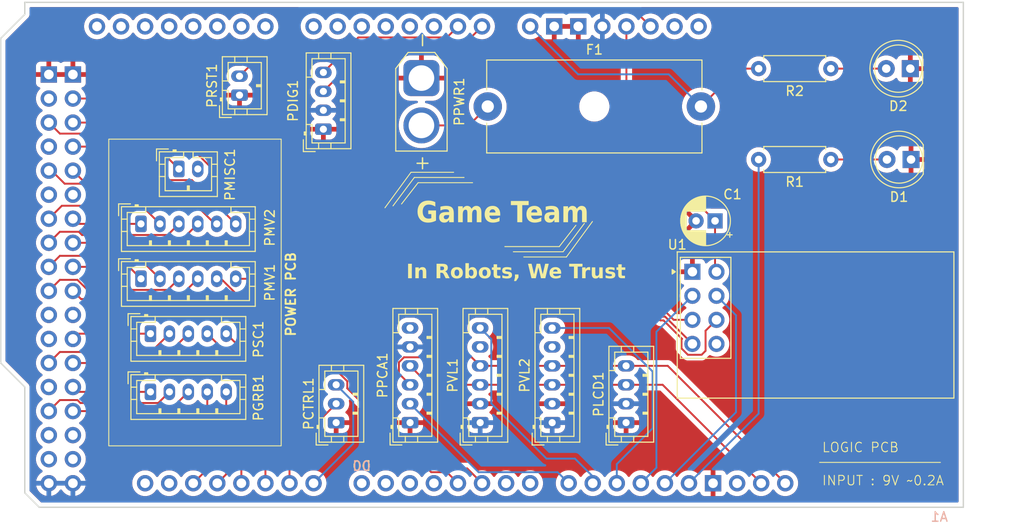
<source format=kicad_pcb>
(kicad_pcb (version 20241229) (generator "pcbnew") (generator_version "9.0")
  (layers (0 "F.Cu" signal) (2 "B.Cu" signal) (13 "F.Paste" user) (15 "B.Paste" user) (5 "F.SilkS" user "F.Silkscreen") (7 "B.SilkS" user "B.Silkscreen") (1 "F.Mask" user) (3 "B.Mask" user) (25 "Edge.Cuts" user))
  (net 0 "")
  (net 1 "GND")
  (net 2 "+5V")
  (net 4 "/SDA")
  (net 5 "STATUS_LED")
  (net 8 "/RF_CE")
  (net 11 "L298N_L_IN4")
  (net 13 "CTRL_RX")
  (net 14 "L298N_L_IN1")
  (net 15 "L298N_R_ENB")
  (net 17 "GRB_STEP")
  (net 18 "RST")
  (net 20 "/MISO")
  (net 21 "DIGIT_DIO")
  (net 23 "/RF_CSN")
  (net 24 "PUMP_RLY")
  (net 25 "VL_1_SHUT")
  (net 26 "SC_STEP")
  (net 27 "L298N_L_IN2")
  (net 28 "L298N_R_IN3")
  (net 29 "L298N_R_ENA")
  (net 31 "CTRL_TX")
  (net 32 "L298N_R_IN1")
  (net 34 "/SCK")
  (net 38 "L298N_L_ENA")
  (net 40 "VL_2_SHUT")
  (net 41 "PCA9685_EN")
  (net 42 "SC_EN")
  (net 43 "GRB_DIR")
  (net 44 "+3.3V")
  (net 45 "L298N_L_ENB")
  (net 46 "SC_TX")
  (net 47 "/SCL")
  (net 48 "DIGIT_CLK")
  (net 49 "SC_RX")
  (net 50 "/MOSI")
  (net 52 "+9V")
  (net 53 "L298N_R_IN4")
  (net 55 "GRB_RX")
  (net 58 "L298N_R_IN2")
  (net 59 "GRB_EN")
  (net 60 "GRB_TX")
  (net 66 "SC_DIR")
  (net 67 "L298N_L_IN3")
  (net 69 "Net-(D1-A)")
  (net 70 "Net-(D2-A)")
  (net 87 "Net-(PPWR1-Pin_2)")
  (footprint "Connector_JST:JST_PH_B5B-PH-K_1x05_P2.00mm_Vertical" (layer "F.Cu") (at 82.8 16.35)
    (property "Reference" "PGRB1" (at 11.4 0.6 90) (layer "F.SilkS"))
    (property "Value" "PH5A")
    (pad "1" thru_hole roundrect (at 0 0) (size 1.2 1.75) (drill 0.75) (layers "*.Cu" "*.Mask") (roundrect_rratio 0.208333) (net 59 "GRB_EN"))
    (pad "2" thru_hole oval (at 2 0) (size 1.2 1.75) (drill 0.75) (layers "*.Cu" "*.Mask") (net 17 "GRB_STEP"))
    (pad "3" thru_hole oval (at 4 0) (size 1.2 1.75) (drill 0.75) (layers "*.Cu" "*.Mask") (net 43 "GRB_DIR"))
    (pad "4" thru_hole oval (at 6 0) (size 1.2 1.75) (drill 0.75) (layers "*.Cu" "*.Mask") (net 60 "GRB_TX"))
    (pad "5" thru_hole oval (at 8 0) (size 1.2 1.75) (drill 0.75) (layers "*.Cu" "*.Mask") (net 55 "GRB_RX"))
  )
  (footprint "Connector_JST:JST_PH_B6B-PH-K_1x06_P2.00mm_Vertical" (layer "F.Cu") (at 81.8 -1.4)
    (property "Reference" "PMV2" (at 13.6 0.4 90) (layer "F.SilkS"))
    (property "Value" "PH6A")
    (pad "1" thru_hole roundrect (at 0 0) (size 1.2 1.75) (drill 0.75) (layers "*.Cu" "*.Mask") (roundrect_rratio 0.208333) (net 53 "L298N_R_IN4"))
    (pad "2" thru_hole oval (at 2 0) (size 1.2 1.75) (drill 0.75) (layers "*.Cu" "*.Mask") (net 28 "L298N_R_IN3"))
    (pad "3" thru_hole oval (at 4 0) (size 1.2 1.75) (drill 0.75) (layers "*.Cu" "*.Mask") (net 58 "L298N_R_IN2"))
    (pad "4" thru_hole oval (at 6 0) (size 1.2 1.75) (drill 0.75) (layers "*.Cu" "*.Mask") (net 32 "L298N_R_IN1"))
    (pad "5" thru_hole oval (at 8 0) (size 1.2 1.75) (drill 0.75) (layers "*.Cu" "*.Mask") (net 15 "L298N_R_ENB"))
    (pad "6" thru_hole oval (at 10 0) (size 1.2 1.75) (drill 0.75) (layers "*.Cu" "*.Mask") (net 29 "L298N_R_ENA"))
  )
  (footprint "Connector_JST:JST_PH_B5B-PH-K_1x05_P2.00mm_Vertical" (layer "F.Cu") (at 82.8 10.2)
    (property "Reference" "PSC1" (at 11.4 0.6 90) (layer "F.SilkS"))
    (property "Value" "PH5A")
    (pad "1" thru_hole roundrect (at 0 0) (size 1.2 1.75) (drill 0.75) (layers "*.Cu" "*.Mask") (roundrect_rratio 0.208333) (net 42 "SC_EN"))
    (pad "2" thru_hole oval (at 2 0) (size 1.2 1.75) (drill 0.75) (layers "*.Cu" "*.Mask") (net 26 "SC_STEP"))
    (pad "3" thru_hole oval (at 4 0) (size 1.2 1.75) (drill 0.75) (layers "*.Cu" "*.Mask") (net 66 "SC_DIR"))
    (pad "4" thru_hole oval (at 6 0) (size 1.2 1.75) (drill 0.75) (layers "*.Cu" "*.Mask") (net 46 "SC_TX"))
    (pad "5" thru_hole oval (at 8 0) (size 1.2 1.75) (drill 0.75) (layers "*.Cu" "*.Mask") (net 49 "SC_RX"))
  )
  (footprint "RF_Module:nRF24L01_Breakout" (layer "F.Cu") (at 140 3.66)
    (property "Reference" "U1" (at -1.6 -2.86 0) (layer "F.SilkS"))
    (property "Value" "NRF24L01_Breakout")
    (pad "1" thru_hole rect (at 0 0) (size 1.7 1.7) (drill 1) (layers "*.Cu" "*.Mask") (net 1 "GND"))
    (pad "2" thru_hole circle (at 2.54 0) (size 1.7 1.7) (drill 1) (layers "*.Cu" "*.Mask") (net 44 "+3.3V"))
    (pad "3" thru_hole circle (at 0 2.54) (size 1.7 1.7) (drill 1) (layers "*.Cu" "*.Mask") (net 8 "/RF_CE"))
    (pad "4" thru_hole circle (at 2.54 2.54) (size 1.7 1.7) (drill 1) (layers "*.Cu" "*.Mask") (net 23 "/RF_CSN"))
    (pad "5" thru_hole circle (at 0 5.08) (size 1.7 1.7) (drill 1) (layers "*.Cu" "*.Mask") (net 34 "/SCK"))
    (pad "6" thru_hole circle (at 2.54 5.08) (size 1.7 1.7) (drill 1) (layers "*.Cu" "*.Mask") (net 50 "/MOSI"))
    (pad "7" thru_hole circle (at 0 7.62) (size 1.7 1.7) (drill 1) (layers "*.Cu" "*.Mask") (net 20 "/MISO"))
    (pad "8" thru_hole circle (at 2.54 7.62) (size 1.7 1.7) (drill 1) (layers "*.Cu" "*.Mask"))
  )
  (footprint "Connector_JST:JST_PH_B4B-PH-K_1x04_P2.00mm_Vertical" (layer "F.Cu") (at 133 19.6 90)
    (property "Reference" "PLCD1" (at 3 -2.9 90) (layer "F.SilkS"))
    (property "Value" "PH4A")
    (pad "1" thru_hole roundrect (at 0 0 90) (size 1.2 1.75) (drill 0.75) (layers "*.Cu" "*.Mask") (roundrect_rratio 0.208333) (net 1 "GND"))
    (pad "2" thru_hole oval (at 2 0 90) (size 1.2 1.75) (drill 0.75) (layers "*.Cu" "*.Mask") (net 2 "+5V"))
    (pad "3" thru_hole oval (at 4 0 90) (size 1.2 1.75) (drill 0.75) (layers "*.Cu" "*.Mask") (net 4 "/SDA"))
    (pad "4" thru_hole oval (at 6 0 90) (size 1.2 1.75) (drill 0.75) (layers "*.Cu" "*.Mask") (net 47 "/SCL"))
  )
  (footprint "Fuse:Fuseholder_Cylinder-5x20mm_Schurter_0031_8201_Horizontal_Open" (layer "F.Cu") (at 118.4 -13.8)
    (property "Reference" "F1" (at 11.25 -6 0) (layer "F.SilkS"))
    (property "Value" "Fuse")
    (pad "" np_thru_hole circle (at 11.25 0) (size 2.7 2.7) (drill 2.7) (layers "*.Cu" "*.Mask"))
    (pad "1" thru_hole circle (at 0 0) (size 3 3) (drill 1.3) (layers "*.Cu" "*.Mask") (net 87 "Net-(PPWR1-Pin_2)"))
    (pad "2" thru_hole circle (at 22.5 0) (size 3 3) (drill 1.3) (layers "*.Cu" "*.Mask") (net 52 "+9V"))
  )
  (footprint "Connector_JST:JST_PH_B6B-PH-K_1x06_P2.00mm_Vertical" (layer "F.Cu") (at 117.6 19.6 90)
    (property "Reference" "PVL1" (at 5 -2.9 90) (layer "F.SilkS"))
    (property "Value" "PH6A")
    (pad "1" thru_hole roundrect (at 0 0 90) (size 1.2 1.75) (drill 0.75) (layers "*.Cu" "*.Mask") (roundrect_rratio 0.208333) (net 2 "+5V"))
    (pad "2" thru_hole oval (at 2 0 90) (size 1.2 1.75) (drill 0.75) (layers "*.Cu" "*.Mask") (net 1 "GND"))
    (pad "3" thru_hole oval (at 4 0 90) (size 1.2 1.75) (drill 0.75) (layers "*.Cu" "*.Mask") (net 4 "/SDA"))
    (pad "4" thru_hole oval (at 6 0 90) (size 1.2 1.75) (drill 0.75) (layers "*.Cu" "*.Mask") (net 47 "/SCL"))
    (pad "5" thru_hole oval (at 8 0 90) (size 1.2 1.75) (drill 0.75) (layers "*.Cu" "*.Mask"))
    (pad "6" thru_hole oval (at 10 0 90) (size 1.2 1.75) (drill 0.75) (layers "*.Cu" "*.Mask") (net 25 "VL_1_SHUT"))
  )
  (footprint "Connector_JST:JST_PH_B2B-PH-K_1x02_P2.00mm_Vertical" (layer "F.Cu") (at 92.2 -15 90)
    (property "Reference" "PRST1" (at 1 -2.9 90) (layer "F.SilkS"))
    (property "Value" "PH2A")
    (pad "1" thru_hole roundrect (at 0 0 90) (size 1.2 1.75) (drill 0.75) (layers "*.Cu" "*.Mask") (roundrect_rratio 0.208333) (net 1 "GND"))
    (pad "2" thru_hole oval (at 2 0 90) (size 1.2 1.75) (drill 0.75) (layers "*.Cu" "*.Mask") (net 18 "RST"))
  )
  (footprint "Connector_JST:JST_PH_B6B-PH-K_1x06_P2.00mm_Vertical" (layer "F.Cu") (at 81.8 4.4)
    (property "Reference" "PMV1" (at 13.6 0.4 90) (layer "F.SilkS"))
    (property "Value" "PH6A")
    (pad "1" thru_hole roundrect (at 0 0) (size 1.2 1.75) (drill 0.75) (layers "*.Cu" "*.Mask") (roundrect_rratio 0.208333) (net 11 "L298N_L_IN4"))
    (pad "2" thru_hole oval (at 2 0) (size 1.2 1.75) (drill 0.75) (layers "*.Cu" "*.Mask") (net 67 "L298N_L_IN3"))
    (pad "3" thru_hole oval (at 4 0) (size 1.2 1.75) (drill 0.75) (layers "*.Cu" "*.Mask") (net 27 "L298N_L_IN2"))
    (pad "4" thru_hole oval (at 6 0) (size 1.2 1.75) (drill 0.75) (layers "*.Cu" "*.Mask") (net 14 "L298N_L_IN1"))
    (pad "5" thru_hole oval (at 8 0) (size 1.2 1.75) (drill 0.75) (layers "*.Cu" "*.Mask") (net 45 "L298N_L_ENB"))
    (pad "6" thru_hole oval (at 10 0) (size 1.2 1.75) (drill 0.75) (layers "*.Cu" "*.Mask") (net 38 "L298N_L_ENA"))
  )
  (footprint "Connector_AMASS:AMASS_XT30U-M_1x02_P5.0mm_Vertical" (layer "F.Cu") (at 111.4 -16.8 -90)
    (property "Reference" "PPWR1" (at 2.5 -4 90) (layer "F.SilkS"))
    (property "Value" "XT30U-M")
    (fp_text user "-" (at -4 0 90) (layer "F.SilkS") (effects (font (size 1.5 1.5))))
    (fp_text user "+" (at 9 0 90) (layer "F.SilkS") (effects (font (size 1.5 1.5))))
    (pad "1" thru_hole roundrect (at 0 0 270) (size 3.8 3.8) (drill 2.7) (layers "*.Cu" "*.Mask") (roundrect_rratio 0.2) (net 1 "GND"))
    (pad "2" thru_hole circle (at 5 0 270) (size 3.8 3.8) (drill 2.7) (layers "*.Cu" "*.Mask") (net 87 "Net-(PPWR1-Pin_2)"))
  )
  (footprint "Connector_JST:JST_PH_B2B-PH-K_1x02_P2.00mm_Vertical" (layer "F.Cu") (at 85.8 -7.2)
    (property "Reference" "PMISC1" (at 5.4 0.6 90) (layer "F.SilkS"))
    (property "Value" "PH2A")
    (pad "1" thru_hole roundrect (at 0 0) (size 1.2 1.75) (drill 0.75) (layers "*.Cu" "*.Mask") (roundrect_rratio 0.208333) (net 24 "PUMP_RLY"))
    (pad "2" thru_hole oval (at 2 0) (size 1.2 1.75) (drill 0.75) (layers "*.Cu" "*.Mask"))
  )
  (footprint "Resistor_THT:R_Axial_DIN0207_L6.3mm_D2.5mm_P7.62mm_Horizontal" (layer "F.Cu") (at 154.61 -8.2 180)
    (property "Reference" "R1" (at 3.81 -2.37 0) (layer "F.SilkS"))
    (property "Value" "100")
    (pad "1" thru_hole circle (at 0 0 180) (size 1.6 1.6) (drill 0.8) (layers "*.Cu" "*.Mask") (net 69 "Net-(D1-A)"))
    (pad "2" thru_hole oval (at 7.62 0 180) (size 1.6 1.6) (drill 0.8) (layers "*.Cu" "*.Mask") (net 5 "STATUS_LED"))
  )
  (footprint "PCM_arduino-library:Arduino_Mega2560_R3_Shield" (layer "F.Cu") (at 168.596 -24.8 180)
    (property "Reference" "A1" (at 2.54 -54.356 0) (layer "B.SilkS") (effects (justify mirror)))
    (property "Value" "Arduino_Mega2560_R3_Shield")
    (fp_line (start 101.6 -3.81) (end 101.6 -38.1) (stroke (width 0.15)) (layer "Edge.Cuts"))
    (fp_line (start 101.6 -38.1) (end 99.06 -40.64) (stroke (width 0.15)) (layer "Edge.Cuts"))
    (fp_line (start 99.06 0) (end 99.06 -1.27) (stroke (width 0.15)) (layer "Edge.Cuts"))
    (fp_line (start 99.06 -1.27) (end 101.6 -3.81) (stroke (width 0.15)) (layer "Edge.Cuts"))
    (fp_line (start 99.06 -40.64) (end 99.06 -51.816) (stroke (width 0.15)) (layer "Edge.Cuts"))
    (fp_line (start 97.536 -53.34) (end 99.06 -51.816) (stroke (width 0.15)) (layer "Edge.Cuts"))
    (fp_line (start 0 0) (end 99.06 0) (stroke (width 0.15)) (layer "Edge.Cuts"))
    (fp_line (start 0 -53.34) (end 97.536 -53.34) (stroke (width 0.15)) (layer "Edge.Cuts"))
    (fp_line (start 0 -53.34) (end 0 0) (stroke (width 0.15)) (layer "Edge.Cuts"))
    (fp_text user "D0" (at 63.5 -48.895 180) (layer "F.SilkS"))
    (fp_text user "D0" (at 63.5 -48.895 180) (layer "B.SilkS") (effects (justify mirror)))
    (pad "" thru_hole oval (at 27.94 -2.54 180) (size 1.7272 1.7272) (drill 1.016) (layers "*.Cu" "*.Mask"))
    (pad "3V3" thru_hole oval (at 35.56 -2.54 180) (size 1.7272 1.7272) (drill 1.016) (layers "*.Cu" "*.Mask") (net 44 "+3.3V"))
    (pad "5V1" thru_hole oval (at 38.1 -2.54 180) (size 1.7272 1.7272) (drill 1.016) (layers "*.Cu" "*.Mask") (net 2 "+5V"))
    (pad "5V3" thru_hole oval (at 93.98 -50.8 180) (size 1.7272 1.7272) (drill 1.016) (layers "*.Cu" "*.Mask") (net 2 "+5V"))
    (pad "5V4" thru_hole oval (at 96.52 -50.8 180) (size 1.7272 1.7272) (drill 1.016) (layers "*.Cu" "*.Mask") (net 2 "+5V"))
    (pad "A0" thru_hole oval (at 50.8 -2.54 180) (size 1.7272 1.7272) (drill 1.016) (layers "*.Cu" "*.Mask") (net 21 "DIGIT_DIO"))
    (pad "A1" thru_hole oval (at 53.34 -2.54 180) (size 1.7272 1.7272) (drill 1.016) (layers "*.Cu" "*.Mask") (net 48 "DIGIT_CLK"))
    (pad "A2" thru_hole oval (at 55.88 -2.54 180) (size 1.7272 1.7272) (drill 1.016) (layers "*.Cu" "*.Mask"))
    (pad "A3" thru_hole oval (at 58.42 -2.54 180) (size 1.7272 1.7272) (drill 1.016) (layers "*.Cu" "*.Mask"))
    (pad "A4" thru_hole oval (at 60.96 -2.54 180) (size 1.7272 1.7272) (drill 1.016) (layers "*.Cu" "*.Mask"))
    (pad "A5" thru_hole oval (at 63.5 -2.54 180) (size 1.7272 1.7272) (drill 1.016) (layers "*.Cu" "*.Mask"))
    (pad "A6" thru_hole oval (at 66.04 -2.54 180) (size 1.7272 1.7272) (drill 1.016) (layers "*.Cu" "*.Mask"))
    (pad "A7" thru_hole oval (at 68.58 -2.54 180) (size 1.7272 1.7272) (drill 1.016) (layers "*.Cu" "*.Mask"))
    (pad "A8" thru_hole oval (at 73.66 -2.54 180) (size 1.7272 1.7272) (drill 1.016) (layers "*.Cu" "*.Mask"))
    (pad "A9" thru_hole oval (at 76.2 -2.54 180) (size 1.7272 1.7272) (drill 1.016) (layers "*.Cu" "*.Mask"))
    (pad "A10" thru_hole oval (at 78.74 -2.54 180) (size 1.7272 1.7272) (drill 1.016) (layers "*.Cu" "*.Mask"))
    (pad "A11" thru_hole oval (at 81.28 -2.54 180) (size 1.7272 1.7272) (drill 1.016) (layers "*.Cu" "*.Mask"))
    (pad "A12" thru_hole oval (at 83.82 -2.54 180) (size 1.7272 1.7272) (drill 1.016) (layers "*.Cu" "*.Mask"))
    (pad "A13" thru_hole oval (at 86.36 -2.54 180) (size 1.7272 1.7272) (drill 1.016) (layers "*.Cu" "*.Mask"))
    (pad "A14" thru_hole oval (at 88.9 -2.54 180) (size 1.7272 1.7272) (drill 1.016) (layers "*.Cu" "*.Mask"))
    (pad "A15" thru_hole oval (at 91.44 -2.54 180) (size 1.7272 1.7272) (drill 1.016) (layers "*.Cu" "*.Mask"))
    (pad "AREF" thru_hole oval (at 23.876 -50.8 180) (size 1.7272 1.7272) (drill 1.016) (layers "*.Cu" "*.Mask"))
    (pad "D0" thru_hole oval (at 63.5 -50.8 180) (size 1.7272 1.7272) (drill 1.016) (layers "*.Cu" "*.Mask"))
    (pad "D1" thru_hole oval (at 60.96 -50.8 180) (size 1.7272 1.7272) (drill 1.016) (layers "*.Cu" "*.Mask"))
    (pad "D2" thru_hole oval (at 58.42 -50.8 180) (size 1.7272 1.7272) (drill 1.016) (layers "*.Cu" "*.Mask"))
    (pad "D3" thru_hole oval (at 55.88 -50.8 180) (size 1.7272 1.7272) (drill 1.016) (layers "*.Cu" "*.Mask"))
    (pad "D4" thru_hole oval (at 53.34 -50.8 180) (size 1.7272 1.7272) (drill 1.016) (layers "*.Cu" "*.Mask") (net 45 "L298N_L_ENB"))
    (pad "D5" thru_hole oval (at 50.8 -50.8 180) (size 1.7272 1.7272) (drill 1.016) (layers "*.Cu" "*.Mask") (net 38 "L298N_L_ENA"))
    (pad "D6" thru_hole oval (at 48.26 -50.8 180) (size 1.7272 1.7272) (drill 1.016) (layers "*.Cu" "*.Mask"))
    (pad "D7" thru_hole oval (at 45.72 -50.8 180) (size 1.7272 1.7272) (drill 1.016) (layers "*.Cu" "*.Mask"))
    (pad "D8" thru_hole oval (at 41.656 -50.8 180) (size 1.7272 1.7272) (drill 1.016) (layers "*.Cu" "*.Mask") (net 41 "PCA9685_EN"))
    (pad "D9" thru_hole oval (at 39.116 -50.8 180) (size 1.7272 1.7272) (drill 1.016) (layers "*.Cu" "*.Mask") (net 25 "VL_1_SHUT"))
    (pad "D10" thru_hole oval (at 36.576 -50.8 180) (size 1.7272 1.7272) (drill 1.016) (layers "*.Cu" "*.Mask") (net 40 "VL_2_SHUT"))
    (pad "D11" thru_hole oval (at 34.036 -50.8 180) (size 1.7272 1.7272) (drill 1.016) (layers "*.Cu" "*.Mask") (net 8 "/RF_CE"))
    (pad "D12" thru_hole oval (at 31.496 -50.8 180) (size 1.7272 1.7272) (drill 1.016) (layers "*.Cu" "*.Mask") (net 23 "/RF_CSN"))
    (pad "D13" thru_hole oval (at 28.956 -50.8 180) (size 1.7272 1.7272) (drill 1.016) (layers "*.Cu" "*.Mask") (net 5 "STATUS_LED"))
    (pad "D14" thru_hole oval (at 68.58 -50.8 180) (size 1.7272 1.7272) (drill 1.016) (layers "*.Cu" "*.Mask") (net 13 "CTRL_RX"))
    (pad "D15" thru_hole oval (at 71.12 -50.8 180) (size 1.7272 1.7272) (drill 1.016) (layers "*.Cu" "*.Mask") (net 31 "CTRL_TX"))
    (pad "D16" thru_hole oval (at 73.66 -50.8 180) (size 1.7272 1.7272) (drill 1.016) (layers "*.Cu" "*.Mask") (net 49 "SC_RX"))
    (pad "D17" thru_hole oval (at 76.2 -50.8 180) (size 1.7272 1.7272) (drill 1.016) (layers "*.Cu" "*.Mask") (net 46 "SC_TX"))
    (pad "D18" thru_hole oval (at 78.74 -50.8 180) (size 1.7272 1.7272) (drill 1.016) (layers "*.Cu" "*.Mask") (net 55 "GRB_RX"))
    (pad "D19" thru_hole oval (at 81.28 -50.8 180) (size 1.7272 1.7272) (drill 1.016) (layers "*.Cu" "*.Mask") (net 60 "GRB_TX"))
    (pad "D20" thru_hole oval (at 83.82 -50.8 180) (size 1.7272 1.7272) (drill 1.016) (layers "*.Cu" "*.Mask"))
    (pad "D21" thru_hole oval (at 86.36 -50.8 180) (size 1.7272 1.7272) (drill 1.016) (layers "*.Cu" "*.Mask"))
    (pad "D22" thru_hole oval (at 93.98 -48.26 180) (size 1.7272 1.7272) (drill 1.016) (layers "*.Cu" "*.Mask"))
    (pad "D23" thru_hole oval (at 96.52 -48.26 180) (size 1.7272 1.7272) (drill 1.016) (layers "*.Cu" "*.Mask"))
    (pad "D24" thru_hole oval (at 93.98 -45.72 180) (size 1.7272 1.7272) (drill 1.016) (layers "*.Cu" "*.Mask"))
    (pad "D25" thru_hole oval (at 96.52 -45.72 180) (size 1.7272 1.7272) (drill 1.016) (layers "*.Cu" "*.Mask"))
    (pad "D26" thru_hole oval (at 93.98 -43.18 180) (size 1.7272 1.7272) (drill 1.016) (layers "*.Cu" "*.Mask") (net 43 "GRB_DIR"))
    (pad "D27" thru_hole oval (at 96.52 -43.18 180) (size 1.7272 1.7272) (drill 1.016) (layers "*.Cu" "*.Mask") (net 17 "GRB_STEP"))
    (pad "D28" thru_hole oval (at 93.98 -40.64 180) (size 1.7272 1.7272) (drill 1.016) (layers "*.Cu" "*.Mask") (net 59 "GRB_EN"))
    (pad "D29" thru_hole oval (at 96.52 -40.64 180) (size 1.7272 1.7272) (drill 1.016) (layers "*.Cu" "*.Mask"))
    (pad "D30" thru_hole oval (at 93.98 -38.1 180) (size 1.7272 1.7272) (drill 1.016) (layers "*.Cu" "*.Mask") (net 66 "SC_DIR"))
    (pad "D31" thru_hole oval (at 96.52 -38.1 180) (size 1.7272 1.7272) (drill 1.016) (layers "*.Cu" "*.Mask") (net 26 "SC_STEP"))
    (pad "D32" thru_hole oval (at 93.98 -35.56 180) (size 1.7272 1.7272) (drill 1.016) (layers "*.Cu" "*.Mask") (net 42 "SC_EN"))
    (pad "D33" thru_hole oval (at 96.52 -35.56 180) (size 1.7272 1.7272) (drill 1.016) (layers "*.Cu" "*.Mask"))
    (pad "D34" thru_hole oval (at 93.98 -33.02 180) (size 1.7272 1.7272) (drill 1.016) (layers "*.Cu" "*.Mask"))
    (pad "D35" thru_hole oval (at 96.52 -33.02 180) (size 1.7272 1.7272) (drill 1.016) (layers "*.Cu" "*.Mask"))
    (pad "D36" thru_hole oval (at 93.98 -30.48 180) (size 1.7272 1.7272) (drill 1.016) (layers "*.Cu" "*.Mask") (net 14 "L298N_L_IN1"))
    (pad "D37" thru_hole oval (at 96.52 -30.48 180) (size 1.7272 1.7272) (drill 1.016) (layers "*.Cu" "*.Mask") (net 27 "L298N_L_IN2"))
    (pad "D38" thru_hole oval (at 93.98 -27.94 180) (size 1.7272 1.7272) (drill 1.016) (layers "*.Cu" "*.Mask") (net 11 "L298N_L_IN4"))
    (pad "D39" thru_hole oval (at 96.52 -27.94 180) (size 1.7272 1.7272) (drill 1.016) (layers "*.Cu" "*.Mask") (net 67 "L298N_L_IN3"))
    (pad "D40" thru_hole oval (at 93.98 -25.4 180) (size 1.7272 1.7272) (drill 1.016) (layers "*.Cu" "*.Mask") (net 32 "L298N_R_IN1"))
    (pad "D41" thru_hole oval (at 96.52 -25.4 180) (size 1.7272 1.7272) (drill 1.016) (layers "*.Cu" "*.Mask") (net 58 "L298N_R_IN2"))
    (pad "D42" thru_hole oval (at 93.98 -22.86 180) (size 1.7272 1.7272) (drill 1.016) (layers "*.Cu" "*.Mask") (net 53 "L298N_R_IN4"))
    (pad "D43" thru_hole oval (at 96.52 -22.86 180) (size 1.7272 1.7272) (drill 1.016) (layers "*.Cu" "*.Mask") (net 28 "L298N_R_IN3"))
    (pad "D44" thru_hole oval (at 93.98 -20.32 180) (size 1.7272 1.7272) (drill 1.016) (layers "*.Cu" "*.Mask"))
    (pad "D45" thru_hole oval (at 96.52 -20.32 180) (size 1.7272 1.7272) (drill 1.016) (layers "*.Cu" "*.Mask"))
    (pad "D46" thru_hole oval (at 93.98 -17.78 180) (size 1.7272 1.7272) (drill 1.016) (layers "*.Cu" "*.Mask") (net 29 "L298N_R_ENA"))
    (pad "D47" thru_hole oval (at 96.52 -17.78 180) (size 1.7272 1.7272) (drill 1.016) (layers "*.Cu" "*.Mask") (net 15 "L298N_R_ENB"))
    (pad "D48" thru_hole oval (at 93.98 -15.24 180) (size 1.7272 1.7272) (drill 1.016) (layers "*.Cu" "*.Mask") (net 24 "PUMP_RLY"))
    (pad "D49" thru_hole oval (at 96.52 -15.24 180) (size 1.7272 1.7272) (drill 1.016) (layers "*.Cu" "*.Mask"))
    (pad "D50" thru_hole oval (at 93.98 -12.7 180) (size 1.7272 1.7272) (drill 1.016) (layers "*.Cu" "*.Mask") (net 20 "/MISO"))
    (pad "D51" thru_hole oval (at 96.52 -12.7 180) (size 1.7272 1.7272) (drill 1.016) (layers "*.Cu" "*.Mask") (net 50 "/MOSI"))
    (pad "D52" thru_hole oval (at 93.98 -10.16 180) (size 1.7272 1.7272) (drill 1.016) (layers "*.Cu" "*.Mask") (net 34 "/SCK"))
    (pad "D53" thru_hole oval (at 96.52 -10.16 180) (size 1.7272 1.7272) (drill 1.016) (layers "*.Cu" "*.Mask"))
    (pad "GND1" thru_hole rect (at 26.416 -50.8 180) (size 1.7272 1.7272) (drill 1.016) (layers "*.Cu" "*.Mask") (net 1 "GND"))
    (pad "GND2" thru_hole rect (at 40.64 -2.54 180) (size 1.7272 1.7272) (drill 1.016) (layers "*.Cu" "*.Mask") (net 1 "GND"))
    (pad "GND3" thru_hole rect (at 43.18 -2.54 180) (size 1.7272 1.7272) (drill 1.016) (layers "*.Cu" "*.Mask") (net 1 "GND"))
    (pad "GND5" thru_hole rect (at 93.98 -7.62 180) (size 1.7272 1.7272) (drill 1.016) (layers "*.Cu" "*.Mask") (net 1 "GND"))
    (pad "GND6" thru_hole rect (at 96.52 -7.62 180) (size 1.7272 1.7272) (drill 1.016) (layers "*.Cu" "*.Mask") (net 1 "GND"))
    (pad "IORF" thru_hole oval (at 30.48 -2.54 180) (size 1.7272 1.7272) (drill 1.016) (layers "*.Cu" "*.Mask"))
    (pad "RST1" thru_hole oval (at 33.02 -2.54 180) (size 1.7272 1.7272) (drill 1.016) (layers "*.Cu" "*.Mask") (net 18 "RST"))
    (pad "SCL" thru_hole oval (at 18.796 -50.8 180) (size 1.7272 1.7272) (drill 1.016) (layers "*.Cu" "*.Mask") (net 47 "/SCL"))
    (pad "SDA" thru_hole oval (at 21.336 -50.8 180) (size 1.7272 1.7272) (drill 1.016) (layers "*.Cu" "*.Mask") (net 4 "/SDA"))
    (pad "VIN" thru_hole oval (at 45.72 -2.54 180) (size 1.7272 1.7272) (drill 1.016) (layers "*.Cu" "*.Mask") (net 52 "+9V"))
  )
  (footprint "Connector_JST:JST_PH_B4B-PH-K_1x04_P2.00mm_Vertical" (layer "F.Cu") (at 101.05 -11.4 90)
    (property "Reference" "PDIG1" (at 3 -3.2 90) (layer "F.SilkS"))
    (property "Value" "PH4A")
    (pad "1" thru_hole roundrect (at 0 0 90) (size 1.2 1.75) (drill 0.75) (layers "*.Cu" "*.Mask") (roundrect_rratio 0.208333) (net 1 "GND"))
    (pad "2" thru_hole oval (at 2 0 90) (size 1.2 1.75) (drill 0.75) (layers "*.Cu" "*.Mask") (net 2 "+5V"))
    (pad "3" thru_hole oval (at 4 0 90) (size 1.2 1.75) (drill 0.75) (layers "*.Cu" "*.Mask") (net 21 "DIGIT_DIO"))
    (pad "4" thru_hole oval (at 6 0 90) (size 1.2 1.75) (drill 0.75) (layers "*.Cu" "*.Mask") (net 48 "DIGIT_CLK"))
  )
  (footprint "Resistor_THT:R_Axial_DIN0207_L6.3mm_D2.5mm_P7.62mm_Horizontal" (layer "F.Cu") (at 154.61 -17.8 180)
    (property "Reference" "R2" (at 3.81 -2.37 0) (layer "F.SilkS"))
    (property "Value" "220")
    (pad "1" thru_hole circle (at 0 0 180) (size 1.6 1.6) (drill 0.8) (layers "*.Cu" "*.Mask") (net 70 "Net-(D2-A)"))
    (pad "2" thru_hole oval (at 7.62 0 180) (size 1.6 1.6) (drill 0.8) (layers "*.Cu" "*.Mask") (net 52 "+9V"))
  )
  (footprint "Connector_JST:JST_PH_B6B-PH-K_1x06_P2.00mm_Vertical" (layer "F.Cu") (at 110.2 19.6 90)
    (property "Reference" "PPCA1" (at 5 -2.9 90) (layer "F.SilkS"))
    (property "Value" "PH6A")
    (pad "1" thru_hole roundrect (at 0 0 90) (size 1.2 1.75) (drill 0.75) (layers "*.Cu" "*.Mask") (roundrect_rratio 0.208333) (net 1 "GND"))
    (pad "2" thru_hole oval (at 2 0 90) (size 1.2 1.75) (drill 0.75) (layers "*.Cu" "*.Mask") (net 41 "PCA9685_EN"))
    (pad "3" thru_hole oval (at 4 0 90) (size 1.2 1.75) (drill 0.75) (layers "*.Cu" "*.Mask") (net 47 "/SCL"))
    (pad "4" thru_hole oval (at 6 0 90) (size 1.2 1.75) (drill 0.75) (layers "*.Cu" "*.Mask") (net 4 "/SDA"))
    (pad "5" thru_hole oval (at 8 0 90) (size 1.2 1.75) (drill 0.75) (layers "*.Cu" "*.Mask") (net 2 "+5V"))
    (pad "6" thru_hole oval (at 10 0 90) (size 1.2 1.75) (drill 0.75) (layers "*.Cu" "*.Mask"))
  )
  (footprint "Connector_JST:JST_PH_B6B-PH-K_1x06_P2.00mm_Vertical" (layer "F.Cu") (at 125.2 19.6 90)
    (property "Reference" "PVL2" (at 5 -2.9 90) (layer "F.SilkS"))
    (property "Value" "PH6A")
    (pad "1" thru_hole roundrect (at 0 0 90) (size 1.2 1.75) (drill 0.75) (layers "*.Cu" "*.Mask") (roundrect_rratio 0.208333) (net 2 "+5V"))
    (pad "2" thru_hole oval (at 2 0 90) (size 1.2 1.75) (drill 0.75) (layers "*.Cu" "*.Mask") (net 1 "GND"))
    (pad "3" thru_hole oval (at 4 0 90) (size 1.2 1.75) (drill 0.75) (layers "*.Cu" "*.Mask") (net 4 "/SDA"))
    (pad "4" thru_hole oval (at 6 0 90) (size 1.2 1.75) (drill 0.75) (layers "*.Cu" "*.Mask") (net 47 "/SCL"))
    (pad "5" thru_hole oval (at 8 0 90) (size 1.2 1.75) (drill 0.75) (layers "*.Cu" "*.Mask"))
    (pad "6" thru_hole oval (at 10 0 90) (size 1.2 1.75) (drill 0.75) (layers "*.Cu" "*.Mask") (net 40 "VL_2_SHUT"))
  )
  (footprint "Capacitor_THT:CP_Radial_D5.0mm_P2.00mm" (layer "F.Cu") (at 142.3895 -1.715 180)
    (property "Reference" "C1" (at -1.844887 2.8 0) (layer "F.SilkS"))
    (property "Value" "10uF")
    (pad "1" thru_hole rect (at 0 0 180) (size 1.6 1.6) (drill 0.8) (layers "*.Cu" "*.Mask") (net 44 "+3.3V"))
    (pad "2" thru_hole circle (at 2 0 180) (size 1.6 1.6) (drill 0.8) (layers "*.Cu" "*.Mask") (net 1 "GND"))
  )
  (footprint "Connector_JST:JST_PH_B3B-PH-K_1x03_P2.00mm_Vertical" (layer "F.Cu") (at 102.4 19.6 90)
    (property "Reference" "PCTRL1" (at 2 -2.9 90) (layer "F.SilkS"))
    (property "Value" "PH3A")
    (pad "1" thru_hole roundrect (at 0 0 90) (size 1.2 1.75) (drill 0.75) (layers "*.Cu" "*.Mask") (roundrect_rratio 0.208333) (net 1 "GND"))
    (pad "2" thru_hole oval (at 2 0 90) (size 1.2 1.75) (drill 0.75) (layers "*.Cu" "*.Mask") (net 31 "CTRL_TX"))
    (pad "3" thru_hole oval (at 4 0 90) (size 1.2 1.75) (drill 0.75) (layers "*.Cu" "*.Mask") (net 13 "CTRL_RX"))
  )
  (footprint "LED_THT:LED_D5.0mm" (layer "F.Cu") (at 163 -17.8 180)
    (property "Reference" "D2" (at 1.27 -3.96 0) (layer "F.SilkS"))
    (property "Value" "Led_Green")
    (pad "1" thru_hole rect (at 0 0 180) (size 1.8 1.8) (drill 0.9) (layers "*.Cu" "*.Mask") (net 1 "GND"))
    (pad "2" thru_hole circle (at 2.54 0 180) (size 1.8 1.8) (drill 0.9) (layers "*.Cu" "*.Mask") (net 70 "Net-(D2-A)"))
  )
  (footprint "LED_THT:LED_D5.0mm" (layer "F.Cu") (at 163.075 -8.2 180)
    (property "Reference" "D1" (at 1.27 -3.96 0) (layer "F.SilkS"))
    (property "Value" "Led_Yellow")
    (pad "1" thru_hole rect (at 0 0 180) (size 1.8 1.8) (drill 0.9) (layers "*.Cu" "*.Mask") (net 1 "GND"))
    (pad "2" thru_hole circle (at 2.54 0 180) (size 1.8 1.8) (drill 0.9) (layers "*.Cu" "*.Mask") (net 69 "Net-(D1-A)"))
  )
  (gr_line (start 166.175 23.8) (end 153.425 23.8) (stroke (width 0.1)) (layer "F.SilkS"))
  (gr_line (start 128.6 -1.45) (end 126.35 1.55) (stroke (width 0.1)) (layer "F.SilkS"))
  (gr_line (start 110.65 -6.3) (end 115.9 -6.3) (stroke (width 0.1)) (layer "F.SilkS"))
  (gr_line (start 122.2 2.1) (end 126.7 2.1) (stroke (width 0.1)) (layer "F.SilkS"))
  (gr_line (start 125.95 1) (end 120.2 1) (stroke (width 0.1)) (layer "F.SilkS"))
  (gr_line (start 111.05 -5.75) (end 116.8 -5.75) (stroke (width 0.1)) (layer "F.SilkS"))
  (gr_line (start 108.4 -3.3) (end 110.65 -6.3) (stroke (width 0.1)) (layer "F.SilkS"))
  (gr_line (start 126.7 2.1) (end 129.45 -1.65) (stroke (width 0.1)) (layer "F.SilkS"))
  (gr_line (start 127.7 -1.25) (end 125.95 1) (stroke (width 0.1)) (layer "F.SilkS"))
  (gr_rect (start 78.4 -10.35) (end 96.6 22.05) (stroke (width 0.1)) (fill no) (layer "F.SilkS"))
  (gr_line (start 114.8 -6.85) (end 110.3 -6.85) (stroke (width 0.1)) (layer "F.SilkS"))
  (gr_line (start 110.3 -6.85) (end 107.55 -3.1) (stroke (width 0.1)) (layer "F.SilkS"))
  (gr_line (start 126.35 1.55) (end 121.1 1.55) (stroke (width 0.1)) (layer "F.SilkS"))
  (gr_line (start 109.3 -3.5) (end 111.05 -5.75) (stroke (width 0.1)) (layer "F.SilkS"))
  (gr_text "Game Team" (at 110.85 -1.2 0) (layer "F.SilkS") (effects (font (size 2.2 2) (thickness 0.4) (bold yes)) (justify left bottom)))
  (gr_text "In Robots, We Trust" (at 109.8 4.6 0) (layer "F.SilkS") (effects (font (size 1.5 1.5) (thickness 0.3) (bold yes)) (justify left bottom)))
  (gr_text "INPUT : 9V ~0.2A" (at 153.625 26.3 -0) (layer "F.SilkS") (effects (font (size 1 1) (thickness 0.1)) (justify left bottom)))
  (gr_text "LOGIC PCB" (at 153.625 22.8 -0) (layer "F.SilkS") (effects (font (size 1 1) (thickness 0.1)) (justify left bottom)))
  (gr_text "POWER PCB" (at 98.2 10.6 90) (layer "F.SilkS") (effects (font (size 1 1) (thickness 0.2) (bold yes)) (justify left bottom)))
  (segment (start 136.86 15.6) (end 147.26 26) (width 0.2) (layer "F.Cu") (net 4))
  (segment (start 112.2 15.6) (end 110.2 13.6) (width 0.2) (layer "F.Cu") (net 4))
  (segment (start 133 15.6) (end 136.86 15.6) (width 0.2) (layer "F.Cu") (net 4))
  (segment (start 125.2 15.6) (end 133 15.6) (width 0.2) (layer "F.Cu") (net 4))
  (segment (start 117.6 15.6) (end 112.2 15.6) (width 0.2) (layer "F.Cu") (net 4))
  (segment (start 117.6 15.6) (end 125.2 15.6) (width 0.2) (layer "F.Cu") (net 4))
  (segment (start 146.99 18.65) (end 139.64 26) (width 0.2) (layer "B.Cu") (net 5))
  (segment (start 146.99 -8.2) (end 146.99 18.65) (width 0.2) (layer "B.Cu") (net 5))
  (segment (start 140 6.2) (end 136.2 10) (width 0.2) (layer "B.Cu") (net 8))
  (segment (start 136.2 10) (end 136.2 24.36) (width 0.2) (layer "B.Cu") (net 8))
  (segment (start 136.2 24.36) (end 134.56 26) (width 0.2) (layer "B.Cu") (net 8))
  (segment (start 81.8 4.4) (end 80.54 3.14) (width 0.2) (layer "F.Cu") (net 11))
  (segment (start 80.54 3.14) (end 74.616 3.14) (width 0.2) (layer "F.Cu") (net 11))
  (segment (start 104.2 21.816) (end 100.016 26) (width 0.2) (layer "B.Cu") (net 13))
  (segment (start 102.4 15.6) (end 104.2 17.4) (width 0.2) (layer "B.Cu") (net 13))
  (segment (start 104.2 17.4) (end 104.2 21.816) (width 0.2) (layer "B.Cu") (net 13))
  (segment (start 87.8 4.4) (end 85.656401 6.543599) (width 0.2) (layer "F.Cu") (net 14))
  (segment (start 75.479599 6.543599) (end 74.616 5.68) (width 0.2) (layer "F.Cu") (net 14))
  (segment (start 85.656401 6.543599) (end 75.479599 6.543599) (width 0.2) (layer "F.Cu") (net 14))
  (segment (start 89.6 -1.4) (end 85.377 -5.623) (width 0.2) (layer "F.Cu") (net 15))
  (segment (start 75.4243 -5.6446) (end 73.744503 -5.6446) (width 0.2) (layer "F.Cu") (net 15))
  (segment (start 72.369103 -7.02) (end 72.076 -7.02) (width 0.2) (layer "F.Cu") (net 15))
  (segment (start 85.377 -5.623) (end 75.4459 -5.623) (width 0.2) (layer "F.Cu") (net 15))
  (segment (start 73.744503 -5.6446) (end 72.369103 -7.02) (width 0.2) (layer "F.Cu") (net 15))
  (segment (start 75.4459 -5.623) (end 75.4243 -5.6446) (width 0.2) (layer "F.Cu") (net 15))
  (segment (start 89.8 -1.4) (end 89.6 -1.4) (width 0.2) (layer "F.Cu") (net 15))
  (segment (start 84.8 16.35) (end 83.624 17.526) (width 0.2) (layer "F.Cu") (net 17))
  (segment (start 75.408994 17.526) (end 75.098394 17.2154) (width 0.2) (layer "F.Cu") (net 17))
  (segment (start 83.624 17.526) (end 75.408994 17.526) (width 0.2) (layer "F.Cu") (net 17))
  (segment (start 73.2406 17.2154) (end 72.076 18.38) (width 0.2) (layer "F.Cu") (net 17))
  (segment (start 75.098394 17.2154) (end 73.2406 17.2154) (width 0.2) (layer "F.Cu") (net 17))
  (segment (start 99 -23.8) (end 134.036 -23.8) (width 0.2) (layer "F.Cu") (net 18))
  (segment (start 134.036 -23.8) (end 135.576 -22.26) (width 0.2) (layer "F.Cu") (net 18))
  (segment (start 92.2 -17) (end 99 -23.8) (width 0.2) (layer "F.Cu") (net 18))
  (segment (start 134.7888 6.401) (end 103.849506 6.401) (width 0.2) (layer "F.Cu") (net 20))
  (segment (start 137.6261 8.9061) (end 137.119 8.399) (width 0.2) (layer "F.Cu") (net 20))
  (segment (start 140 11.28) (end 137.861 9.141) (width 0.2) (layer "F.Cu") (net 20))
  (segment (start 137.861 9.141) (end 137.6261 8.9061) (width 0.2) (layer "F.Cu") (net 20))
  (segment (start 103.516306 6.4) (end 103.282406 6.1661) (width 0.2) (layer "F.Cu") (net 20))
  (segment (start 103.282406 6.1661) (end 85.016306 -12.1) (width 0.2) (layer "F.Cu") (net 20))
  (segment (start 103.849506 6.401) (end 103.517306 6.401) (width 0.2) (layer "F.Cu") (net 20))
  (segment (start 85.016306 -12.1) (end 74.616 -12.1) (width 0.2) (layer "F.Cu") (net 20))
  (segment (start 136.7868 8.399) (end 136.5519 8.1641) (width 0.2) (layer "F.Cu") (net 20))
  (segment (start 137.119 8.399) (end 136.7868 8.399) (width 0.2) (layer "F.Cu") (net 20))
  (segment (start 103.517306 6.401) (end 103.516306 6.4) (width 0.2) (layer "F.Cu") (net 20))
  (segment (start 136.5519 8.1641) (end 134.7888 6.401) (width 0.2) (layer "F.Cu") (net 20))
  (segment (start 106.3444 -20.6944) (end 116.2304 -20.6944) (width 0.2) (layer "F.Cu") (net 21))
  (segment (start 101.05 -15.4) (end 106.3444 -20.6944) (width 0.2) (layer "F.Cu") (net 21))
  (segment (start 116.2304 -20.6944) (end 117.796 -22.26) (width 0.2) (layer "F.Cu") (net 21))
  (segment (start 142.54 6.2) (end 144.6 8.26) (width 0.2) (layer "B.Cu") (net 23))
  (segment (start 144.6 18.5) (end 137.1 26) (width 0.2) (layer "B.Cu") (net 23))
  (segment (start 144.6 8.26) (end 144.6 18.5) (width 0.2) (layer "B.Cu") (net 23))
  (segment (start 83.44 -9.56) (end 74.616 -9.56) (width 0.2) (layer "F.Cu") (net 24))
  (segment (start 85.8 -7.2) (end 83.44 -9.56) (width 0.2) (layer "F.Cu") (net 24))
  (segment (start 118.776 17.576) (end 118.776 10.776) (width 0.2) (layer "B.Cu") (net 25))
  (segment (start 124.6 23.4) (end 118.776 17.576) (width 0.2) (layer "B.Cu") (net 25))
  (segment (start 129.48 26) (end 129.48 25.28) (width 0.2) (layer "B.Cu") (net 25))
  (segment (start 129.48 25.28) (end 127.6 23.4) (width 0.2) (layer "B.Cu") (net 25))
  (segment (start 127.6 23.4) (end 124.6 23.4) (width 0.2) (layer "B.Cu") (net 25))
  (segment (start 118.776 10.776) (end 117.6 9.6) (width 0.2) (layer "B.Cu") (net 25))
  (segment (start 82.8646 12.1354) (end 73.2406 12.1354) (width 0.2) (layer "F.Cu") (net 26))
  (segment (start 73.2406 12.1354) (end 72.076 13.3) (width 0.2) (layer "F.Cu") (net 26))
  (segment (start 84.8 10.2) (end 82.8646 12.1354) (width 0.2) (layer "F.Cu") (net 26))
  (segment (start 76.158994 5.576) (end 75.098394 4.5154) (width 0.2) (layer "F.Cu") (net 27))
  (segment (start 85.8 4.4) (end 84.624 5.576) (width 0.2) (layer "F.Cu") (net 27))
  (segment (start 73.2406 4.5154) (end 72.076 5.68) (width 0.2) (layer "F.Cu") (net 27))
  (segment (start 84.624 5.576) (end 76.158994 5.576) (width 0.2) (layer "F.Cu") (net 27))
  (segment (start 75.098394 4.5154) (end 73.2406 4.5154) (width 0.2) (layer "F.Cu") (net 27))
  (segment (start 81.8846 -3.3154) (end 73.4514 -3.3154) (width 0.2) (layer "F.Cu") (net 28))
  (segment (start 73.4514 -3.3154) (end 72.076 -1.94) (width 0.2) (layer "F.Cu") (net 28))
  (segment (start 83.8 -1.4) (end 81.8846 -3.3154) (width 0.2) (layer "F.Cu") (net 28))
  (segment (start 91.8 -1.4) (end 87.176 -6.024) (width 0.2) (layer "F.Cu") (net 29))
  (segment (start 75.612 -6.024) (end 74.616 -7.02) (width 0.2) (layer "F.Cu") (net 29))
  (segment (start 87.176 -6.024) (end 75.612 -6.024) (width 0.2) (layer "F.Cu") (net 29))
  (segment (start 97.476 22.524) (end 97.476 26) (width 0.2) (layer "F.Cu") (net 31))
  (segment (start 102.4 17.6) (end 97.476 22.524) (width 0.2) (layer "F.Cu") (net 31))
  (segment (start 85.8 0.6) (end 74.616 0.6) (width 0.2) (layer "F.Cu") (net 32))
  (segment (start 87.8 -1.4) (end 85.8 0.6) (width 0.2) (layer "F.Cu") (net 32))
  (segment (start 138.0271 8.74) (end 137.2851 7.998) (width 0.2) (layer "F.Cu") (net 34))
  (segment (start 103.683406 6) (end 83.043406 -14.64) (width 0.2) (layer "F.Cu") (net 34))
  (segment (start 83.043406 -14.64) (end 74.616 -14.64) (width 0.2) (layer "F.Cu") (net 34))
  (segment (start 140 8.74) (end 138.0271 8.74) (width 0.2) (layer "F.Cu") (net 34))
  (segment (start 134.9549 6) (end 103.683406 6) (width 0.2) (layer "F.Cu") (net 34))
  (segment (start 136.9529 7.998) (end 134.9549 6) (width 0.2) (layer "F.Cu") (net 34))
  (segment (start 137.2851 7.998) (end 136.9529 7.998) (width 0.2) (layer "F.Cu") (net 34))
  (segment (start 116.2304 24.4344) (end 112.6015 24.4344) (width 0.2) (layer "F.Cu") (net 38))
  (segment (start 93.316306 4.4) (end 91.8 4.4) (width 0.2) (layer "F.Cu") (net 38))
  (segment (start 103.977 15.8099) (end 103.977 15.060694) (width 0.2) (layer "F.Cu") (net 38))
  (segment (start 117.796 26) (end 116.2304 24.4344) (width 0.2) (layer "F.Cu") (net 38))
  (segment (start 103.977 15.060694) (end 93.316306 4.4) (width 0.2) (layer "F.Cu") (net 38))
  (segment (start 112.6015 24.4344) (end 103.977 15.8099) (width 0.2) (layer "F.Cu") (net 38))
  (segment (start 132.02 23.98) (end 132.02 26) (width 0.2) (layer "B.Cu") (net 40))
  (segment (start 135.8 14.2) (end 135.8 20.2) (width 0.2) (layer "B.Cu") (net 40))
  (segment (start 125.2 9.6) (end 131.2 9.6) (width 0.2) (layer "B.Cu") (net 40))
  (segment (start 135.8 20.2) (end 132.02 23.98) (width 0.2) (layer "B.Cu") (net 40))
  (segment (start 131.2 9.6) (end 135.8 14.2) (width 0.2) (layer "B.Cu") (net 40))
  (segment (start 110.2 17.6) (end 117.4354 24.8354) (width 0.2) (layer "B.Cu") (net 41))
  (segment (start 117.4354 24.8354) (end 125.7754 24.8354) (width 0.2) (layer "B.Cu") (net 41))
  (segment (start 125.7754 24.8354) (end 126.94 26) (width 0.2) (layer "B.Cu") (net 41))
  (segment (start 75.176 10.2) (end 74.616 10.76) (width 0.2) (layer "F.Cu") (net 42))
  (segment (start 82.8 10.2) (end 75.176 10.2) (width 0.2) (layer "F.Cu") (net 42))
  (segment (start 84.77 18.38) (end 74.616 18.38) (width 0.2) (layer "F.Cu") (net 43))
  (segment (start 86.8 16.35) (end 84.77 18.38) (width 0.2) (layer "F.Cu") (net 43))
  (segment (start 133.036 -22.26) (end 133.036 -11.0685) (width 0.2) (layer "F.Cu") (net 44))
  (segment (start 133.036 -11.0685) (end 142.3895 -1.715) (width 0.2) (layer "F.Cu") (net 44))
  (segment (start 142.3895 -1.715) (end 142.3895 3.5095) (width 0.2) (layer "F.Cu") (net 44))
  (segment (start 142.3895 3.5095) (end 142.54 3.66) (width 0.2) (layer "F.Cu") (net 44))
  (segment (start 103.574603 15.974603) (end 103.576 15.973206) (width 0.2) (layer "F.Cu") (net 45))
  (segment (start 92.050794 6.2) (end 90.250794 4.4) (width 0.2) (layer "F.Cu") (net 45))
  (segment (start 103.576 15.226794) (end 94.549206 6.2) (width 0.2) (layer "F.Cu") (net 45))
  (segment (start 103.576 15.973206) (end 103.576 15.226794) (width 0.2) (layer "F.Cu") (net 45))
  (segment (start 94.549206 6.2) (end 92.050794 6.2) (width 0.2) (layer "F.Cu") (net 45))
  (segment (start 114.0914 24.8354) (end 112.4354 24.8354) (width 0.2) (layer "F.Cu") (net 45))
  (segment (start 90.250794 4.4) (end 89.8 4.4) (width 0.2) (layer "F.Cu") (net 45))
  (segment (start 115.256 26) (end 114.0914 24.8354) (width 0.2) (layer "F.Cu") (net 45))
  (segment (start 112.4354 24.8354) (end 103.574603 15.974603) (width 0.2) (layer "F.Cu") (net 45))
  (segment (start 92.396 13.796) (end 92.396 26) (width 0.2) (layer "F.Cu") (net 46))
  (segment (start 88.8 10.2) (end 92.396 13.796) (width 0.2) (layer "F.Cu") (net 46))
  (segment (start 137.4 13.6) (end 149.8 26) (width 0.2) (layer "F.Cu") (net 47))
  (segment (start 133 13.6) (end 137.4 13.6) (width 0.2) (layer "F.Cu") (net 47))
  (segment (start 109.551794 12.699) (end 109.024 13.226794) (width 0.2) (layer "F.Cu") (net 47))
  (segment (start 109.024 13.226794) (end 109.024 14.424) (width 0.2) (layer "F.Cu") (net 47))
  (segment (start 125.2 13.6) (end 117.6 13.6) (width 0.2) (layer "F.Cu") (net 47))
  (segment (start 117.6 13.6) (end 116.699 12.699) (width 0.2) (layer "F.Cu") (net 47))
  (segment (start 109.024 14.424) (end 110.2 15.6) (width 0.2) (layer "F.Cu") (net 47))
  (segment (start 116.699 12.699) (end 109.551794 12.699) (width 0.2) (layer "F.Cu") (net 47))
  (segment (start 125.2 13.6) (end 133 13.6) (width 0.2) (layer "F.Cu") (net 47))
  (segment (start 114.0914 -21.0954) (end 115.256 -22.26) (width 0.2) (layer "F.Cu") (net 48))
  (segment (start 101.05 -17.4) (end 104.7454 -21.0954) (width 0.2) (layer "F.Cu") (net 48))
  (segment (start 104.7454 -21.0954) (end 114.0914 -21.0954) (width 0.2) (layer "F.Cu") (net 48))
  (segment (start 90.8 10.2) (end 94.936 14.336) (width 0.2) (layer "F.Cu") (net 49))
  (segment (start 94.936 14.336) (end 94.936 26) (width 0.2) (layer "F.Cu") (net 49))
  (segment (start 72.076 -12.1) (end 73.2406 -10.9354) (width 0.2) (layer "F.Cu") (net 50))
  (segment (start 103.351206 6.802) (end 134.6227 6.802) (width 0.2) (layer "F.Cu") (net 50))
  (segment (start 141.389 9.891) (end 142.54 8.74) (width 0.2) (layer "F.Cu") (net 50))
  (segment (start 134.6227 6.802) (end 136.6207 8.8) (width 0.2) (layer "F.Cu") (net 50))
  (segment (start 138.849 11.75676) (end 139.52324 12.431) (width 0.2) (layer "F.Cu") (net 50))
  (segment (start 139.52324 12.431) (end 140.969 12.431) (width 0.2) (layer "F.Cu") (net 50))
  (segment (start 138.90257 10.74967) (end 138.849 10.80324) (width 0.2) (layer "F.Cu") (net 50))
  (segment (start 136.6207 8.8) (end 136.9529 8.8) (width 0.2) (layer "F.Cu") (net 50))
  (segment (start 85.613806 -10.9354) (end 103.351206 6.802) (width 0.2) (layer "F.Cu") (net 50))
  (segment (start 140.969 12.431) (end 141.389 12.011) (width 0.2) (layer "F.Cu") (net 50))
  (segment (start 141.389 12.011) (end 141.389 9.891) (width 0.2) (layer "F.Cu") (net 50))
  (segment (start 138.849 10.80324) (end 138.849 11.75676) (width 0.2) (layer "F.Cu") (net 50))
  (segment (start 136.9529 8.8) (end 138.90257 10.74967) (width 0.2) (layer "F.Cu") (net 50))
  (segment (start 73.2406 -10.9354) (end 85.613806 -10.9354) (width 0.2) (layer "F.Cu") (net 50))
  (segment (start 140.9 -13.8) (end 144.9 -17.8) (width 0.2) (layer "F.Cu") (net 52))
  (segment (start 144.9 -17.8) (end 146.99 -17.8) (width 0.2) (layer "F.Cu") (net 52))
  (segment (start 140.9 -13.8) (end 137.5 -17.2) (width 0.2) (layer "B.Cu") (net 52))
  (segment (start 127.936 -17.2) (end 122.876 -22.26) (width 0.2) (layer "B.Cu") (net 52))
  (segment (start 137.5 -17.2) (end 127.936 -17.2) (width 0.2) (layer "B.Cu") (net 52))
  (segment (start 75.156 -1.4) (end 74.616 -1.94) (width 0.2) (layer "F.Cu") (net 53))
  (segment (start 81.8 -1.4) (end 75.156 -1.4) (width 0.2) (layer "F.Cu") (net 53))
  (segment (start 90.8 16.35) (end 90.8 25.056) (width 0.2) (layer "F.Cu") (net 55))
  (segment (start 90.8 25.056) (end 89.856 26) (width 0.2) (layer "F.Cu") (net 55))
  (segment (start 75.576 -0.224) (end 75.2354 -0.5646) (width 0.2) (layer "F.Cu") (net 58))
  (segment (start 85.8 -1.4) (end 84.624 -0.224) (width 0.2) (layer "F.Cu") (net 58))
  (segment (start 84.624 -0.224) (end 75.576 -0.224) (width 0.2) (layer "F.Cu") (net 58))
  (segment (start 73.2406 -0.5646) (end 72.076 0.6) (width 0.2) (layer "F.Cu") (net 58))
  (segment (start 75.2354 -0.5646) (end 73.2406 -0.5646) (width 0.2) (layer "F.Cu") (net 58))
  (segment (start 82.8 16.35) (end 75.126 16.35) (width 0.2) (layer "F.Cu") (net 59))
  (segment (start 75.126 16.35) (end 74.616 15.84) (width 0.2) (layer "F.Cu") (net 59))
  (segment (start 88.8 16.35) (end 88.8 24.516) (width 0.2) (layer "F.Cu") (net 60))
  (segment (start 88.8 24.516) (end 87.316 26) (width 0.2) (layer "F.Cu") (net 60))
  (segment (start 86.8 10.2) (end 83.7 13.3) (width 0.2) (layer "F.Cu") (net 66))
  (segment (start 83.7 13.3) (end 74.616 13.3) (width 0.2) (layer "F.Cu") (net 66))
  (segment (start 81.3754 1.9754) (end 73.2406 1.9754) (width 0.2) (layer "F.Cu") (net 67))
  (segment (start 73.2406 1.9754) (end 72.076 3.14) (width 0.2) (layer "F.Cu") (net 67))
  (segment (start 83.8 4.4) (end 81.3754 1.9754) (width 0.2) (layer "F.Cu") (net 67))
  (segment (start 154.61 -8.2) (end 160.535 -8.2) (width 0.2) (layer "F.Cu") (net 69))
  (segment (start 154.61 -17.8) (end 160.46 -17.8) (width 0.2) (layer "F.Cu") (net 70))
  (segment (start 116.4 -11.8) (end 118.4 -13.8) (width 0.2) (layer "F.Cu") (net 87))
  (segment (start 111.4 -11.8) (end 116.4 -11.8) (width 0.2) (layer "F.Cu") (net 87))
  (zone (net 1) (net_name "GND") (layer "F.Cu") (priority 1) (connect_pads (clearance 0.5)) (min_thickness 0.25) (fill yes (thermal_gap 0.5) (thermal_bridge_width 0.5))
    (polygon (pts (xy 168.6 -24.8) (xy 69.6 -24.8) (xy 69.6 -23.6) (xy 67 -21) (xy 67 13.2) (xy 69.6 15.8) (xy 69.6 27) (xy 71.2 28.6) (xy 168.6 28.6)))
  )
  (zone (net 2) (net_name "+5V") (layer "B.Cu") (priority 2) (connect_pads (clearance 0.5)) (min_thickness 0.25) (fill yes (thermal_gap 0.5) (thermal_bridge_width 0.5))
    (polygon (pts (xy 168.6 -24.8) (xy 69.6 -24.8) (xy 69.6 -23.6) (xy 67 -21) (xy 67 13.2) (xy 69.6 15.8) (xy 69.6 27) (xy 71.2 28.6) (xy 168.6 28.6)))
  )
)
</source>
